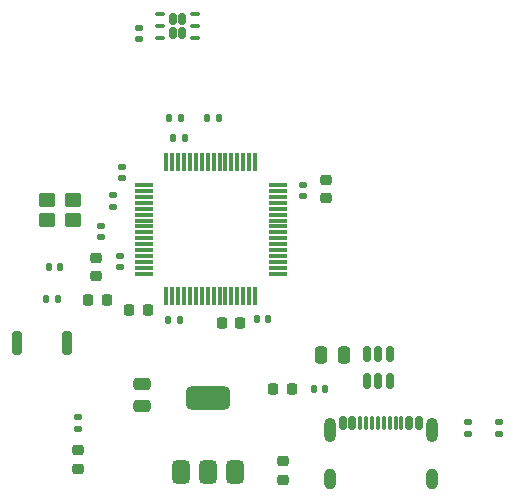
<source format=gbr>
%TF.GenerationSoftware,KiCad,Pcbnew,9.0.4*%
%TF.CreationDate,2025-11-14T09:23:00+05:30*%
%TF.ProjectId,stm32f446re,73746d33-3266-4343-9436-72652e6b6963,rev?*%
%TF.SameCoordinates,Original*%
%TF.FileFunction,Paste,Top*%
%TF.FilePolarity,Positive*%
%FSLAX46Y46*%
G04 Gerber Fmt 4.6, Leading zero omitted, Abs format (unit mm)*
G04 Created by KiCad (PCBNEW 9.0.4) date 2025-11-14 09:23:00*
%MOMM*%
%LPD*%
G01*
G04 APERTURE LIST*
G04 Aperture macros list*
%AMRoundRect*
0 Rectangle with rounded corners*
0 $1 Rounding radius*
0 $2 $3 $4 $5 $6 $7 $8 $9 X,Y pos of 4 corners*
0 Add a 4 corners polygon primitive as box body*
4,1,4,$2,$3,$4,$5,$6,$7,$8,$9,$2,$3,0*
0 Add four circle primitives for the rounded corners*
1,1,$1+$1,$2,$3*
1,1,$1+$1,$4,$5*
1,1,$1+$1,$6,$7*
1,1,$1+$1,$8,$9*
0 Add four rect primitives between the rounded corners*
20,1,$1+$1,$2,$3,$4,$5,0*
20,1,$1+$1,$4,$5,$6,$7,0*
20,1,$1+$1,$6,$7,$8,$9,0*
20,1,$1+$1,$8,$9,$2,$3,0*%
G04 Aperture macros list end*
%ADD10RoundRect,0.140000X0.140000X0.170000X-0.140000X0.170000X-0.140000X-0.170000X0.140000X-0.170000X0*%
%ADD11RoundRect,0.135000X0.135000X0.185000X-0.135000X0.185000X-0.135000X-0.185000X0.135000X-0.185000X0*%
%ADD12RoundRect,0.225000X-0.250000X0.225000X-0.250000X-0.225000X0.250000X-0.225000X0.250000X0.225000X0*%
%ADD13RoundRect,0.250000X0.475000X-0.250000X0.475000X0.250000X-0.475000X0.250000X-0.475000X-0.250000X0*%
%ADD14RoundRect,0.140000X-0.170000X0.140000X-0.170000X-0.140000X0.170000X-0.140000X0.170000X0.140000X0*%
%ADD15RoundRect,0.375000X0.375000X-0.625000X0.375000X0.625000X-0.375000X0.625000X-0.375000X-0.625000X0*%
%ADD16RoundRect,0.500000X1.400000X-0.500000X1.400000X0.500000X-1.400000X0.500000X-1.400000X-0.500000X0*%
%ADD17RoundRect,0.218750X0.218750X0.256250X-0.218750X0.256250X-0.218750X-0.256250X0.218750X-0.256250X0*%
%ADD18RoundRect,0.140000X0.170000X-0.140000X0.170000X0.140000X-0.170000X0.140000X-0.170000X-0.140000X0*%
%ADD19RoundRect,0.135000X-0.135000X-0.185000X0.135000X-0.185000X0.135000X0.185000X-0.135000X0.185000X0*%
%ADD20RoundRect,0.225000X-0.225000X-0.250000X0.225000X-0.250000X0.225000X0.250000X-0.225000X0.250000X0*%
%ADD21RoundRect,0.150000X-0.150000X-0.425000X0.150000X-0.425000X0.150000X0.425000X-0.150000X0.425000X0*%
%ADD22RoundRect,0.075000X-0.075000X-0.500000X0.075000X-0.500000X0.075000X0.500000X-0.075000X0.500000X0*%
%ADD23O,1.000000X2.100000*%
%ADD24O,1.000000X1.800000*%
%ADD25RoundRect,0.218750X0.256250X-0.218750X0.256250X0.218750X-0.256250X0.218750X-0.256250X-0.218750X0*%
%ADD26RoundRect,0.135000X-0.185000X0.135000X-0.185000X-0.135000X0.185000X-0.135000X0.185000X0.135000X0*%
%ADD27RoundRect,0.135000X0.185000X-0.135000X0.185000X0.135000X-0.185000X0.135000X-0.185000X-0.135000X0*%
%ADD28RoundRect,0.150000X0.150000X0.335000X-0.150000X0.335000X-0.150000X-0.335000X0.150000X-0.335000X0*%
%ADD29RoundRect,0.100000X0.300000X0.100000X-0.300000X0.100000X-0.300000X-0.100000X0.300000X-0.100000X0*%
%ADD30RoundRect,0.225000X0.250000X-0.225000X0.250000X0.225000X-0.250000X0.225000X-0.250000X-0.225000X0*%
%ADD31RoundRect,0.218750X-0.218750X-0.256250X0.218750X-0.256250X0.218750X0.256250X-0.218750X0.256250X0*%
%ADD32RoundRect,0.140000X-0.140000X-0.170000X0.140000X-0.170000X0.140000X0.170000X-0.140000X0.170000X0*%
%ADD33RoundRect,0.150000X0.150000X-0.512500X0.150000X0.512500X-0.150000X0.512500X-0.150000X-0.512500X0*%
%ADD34RoundRect,0.147500X-0.147500X-0.172500X0.147500X-0.172500X0.147500X0.172500X-0.147500X0.172500X0*%
%ADD35RoundRect,0.200000X-0.200000X-0.800000X0.200000X-0.800000X0.200000X0.800000X-0.200000X0.800000X0*%
%ADD36RoundRect,0.250000X0.250000X0.475000X-0.250000X0.475000X-0.250000X-0.475000X0.250000X-0.475000X0*%
%ADD37RoundRect,0.075000X-0.700000X-0.075000X0.700000X-0.075000X0.700000X0.075000X-0.700000X0.075000X0*%
%ADD38RoundRect,0.075000X-0.075000X-0.700000X0.075000X-0.700000X0.075000X0.700000X-0.075000X0.700000X0*%
%ADD39RoundRect,0.250000X0.450000X0.350000X-0.450000X0.350000X-0.450000X-0.350000X0.450000X-0.350000X0*%
G04 APERTURE END LIST*
D10*
%TO.C,C2*%
X81580000Y-74100000D03*
X80620000Y-74100000D03*
%TD*%
D11*
%TO.C,R4*%
X84910000Y-57000000D03*
X83890000Y-57000000D03*
%TD*%
D12*
%TO.C,C5*%
X94000000Y-62225000D03*
X94000000Y-63775000D03*
%TD*%
D13*
%TO.C,C10*%
X78400000Y-81350000D03*
X78400000Y-79450000D03*
%TD*%
D14*
%TO.C,C14*%
X78100000Y-49320000D03*
X78100000Y-50280000D03*
%TD*%
D15*
%TO.C,U2*%
X81700000Y-86950000D03*
X84000000Y-86950000D03*
D16*
X84000000Y-80650000D03*
D15*
X86300000Y-86950000D03*
%TD*%
D17*
%TO.C,FB1*%
X75387500Y-72400000D03*
X73812500Y-72400000D03*
%TD*%
D18*
%TO.C,C6*%
X76500000Y-69580000D03*
X76500000Y-68620000D03*
%TD*%
D19*
%TO.C,R7*%
X70290000Y-72300000D03*
X71310000Y-72300000D03*
%TD*%
D20*
%TO.C,C9*%
X77325000Y-73200000D03*
X78875000Y-73200000D03*
%TD*%
D21*
%TO.C,J1*%
X95400000Y-82810000D03*
X96200000Y-82810000D03*
D22*
X97350000Y-82810000D03*
X98350000Y-82810000D03*
X98850000Y-82810000D03*
X99850000Y-82810000D03*
D21*
X101000000Y-82810000D03*
X101800000Y-82810000D03*
X101800000Y-82810000D03*
X101000000Y-82810000D03*
D22*
X100350000Y-82810000D03*
X99350000Y-82810000D03*
X97850000Y-82810000D03*
X96850000Y-82810000D03*
D21*
X96200000Y-82810000D03*
X95400000Y-82810000D03*
D23*
X94280000Y-83385000D03*
D24*
X94280000Y-87565000D03*
D23*
X102920000Y-83385000D03*
D24*
X102920000Y-87565000D03*
%TD*%
D25*
%TO.C,D1*%
X73000000Y-86677500D03*
X73000000Y-85102500D03*
%TD*%
D26*
%TO.C,R1*%
X73000000Y-82280000D03*
X73000000Y-83300000D03*
%TD*%
D14*
%TO.C,C12*%
X75900000Y-63520000D03*
X75900000Y-64480000D03*
%TD*%
D27*
%TO.C,R3*%
X108600000Y-83710000D03*
X108600000Y-82690000D03*
%TD*%
D19*
%TO.C,R5*%
X80690000Y-57000000D03*
X81710000Y-57000000D03*
%TD*%
D28*
%TO.C,U4*%
X81775000Y-49800000D03*
X81775000Y-48600000D03*
X81025000Y-49800000D03*
X81025000Y-48600000D03*
D29*
X82850000Y-50200000D03*
X82850000Y-49200000D03*
X82850000Y-48200000D03*
X79950000Y-48200000D03*
X79950000Y-49200000D03*
X79950000Y-50200000D03*
%TD*%
D30*
%TO.C,C7*%
X90300000Y-87575000D03*
X90300000Y-86025000D03*
%TD*%
D31*
%TO.C,FB2*%
X89512500Y-79900000D03*
X91087500Y-79900000D03*
%TD*%
D32*
%TO.C,C3*%
X88120000Y-74000000D03*
X89080000Y-74000000D03*
%TD*%
D27*
%TO.C,R2*%
X106000000Y-83710000D03*
X106000000Y-82690000D03*
%TD*%
D14*
%TO.C,C4*%
X92000000Y-62620000D03*
X92000000Y-63580000D03*
%TD*%
D30*
%TO.C,C8*%
X74500000Y-70375000D03*
X74500000Y-68825000D03*
%TD*%
D19*
%TO.C,R6*%
X80990000Y-58700000D03*
X82010000Y-58700000D03*
%TD*%
D33*
%TO.C,U3*%
X97450000Y-79237500D03*
X98400000Y-79237500D03*
X99350000Y-79237500D03*
X99350000Y-76962500D03*
X98400000Y-76962500D03*
X97450000Y-76962500D03*
%TD*%
D34*
%TO.C,F1*%
X92915000Y-79900000D03*
X93885000Y-79900000D03*
%TD*%
D35*
%TO.C,SW1*%
X67800000Y-76000000D03*
X72000000Y-76000000D03*
%TD*%
D20*
%TO.C,C16*%
X85125000Y-74300000D03*
X86675000Y-74300000D03*
%TD*%
D36*
%TO.C,C11*%
X95450000Y-77000000D03*
X93550000Y-77000000D03*
%TD*%
D37*
%TO.C,U1*%
X78525000Y-62650000D03*
X78525000Y-63150000D03*
X78525000Y-63650000D03*
X78525000Y-64150000D03*
X78525000Y-64650000D03*
X78525000Y-65150000D03*
X78525000Y-65650000D03*
X78525000Y-66150000D03*
X78525000Y-66650000D03*
X78525000Y-67150000D03*
X78525000Y-67650000D03*
X78525000Y-68150000D03*
X78525000Y-68650000D03*
X78525000Y-69150000D03*
X78525000Y-69650000D03*
X78525000Y-70150000D03*
D38*
X80450000Y-72075000D03*
X80950000Y-72075000D03*
X81450000Y-72075000D03*
X81950000Y-72075000D03*
X82450000Y-72075000D03*
X82950000Y-72075000D03*
X83450000Y-72075000D03*
X83950000Y-72075000D03*
X84450000Y-72075000D03*
X84950000Y-72075000D03*
X85450000Y-72075000D03*
X85950000Y-72075000D03*
X86450000Y-72075000D03*
X86950000Y-72075000D03*
X87450000Y-72075000D03*
X87950000Y-72075000D03*
D37*
X89875000Y-70150000D03*
X89875000Y-69650000D03*
X89875000Y-69150000D03*
X89875000Y-68650000D03*
X89875000Y-68150000D03*
X89875000Y-67650000D03*
X89875000Y-67150000D03*
X89875000Y-66650000D03*
X89875000Y-66150000D03*
X89875000Y-65650000D03*
X89875000Y-65150000D03*
X89875000Y-64650000D03*
X89875000Y-64150000D03*
X89875000Y-63650000D03*
X89875000Y-63150000D03*
X89875000Y-62650000D03*
D38*
X87950000Y-60725000D03*
X87450000Y-60725000D03*
X86950000Y-60725000D03*
X86450000Y-60725000D03*
X85950000Y-60725000D03*
X85450000Y-60725000D03*
X84950000Y-60725000D03*
X84450000Y-60725000D03*
X83950000Y-60725000D03*
X83450000Y-60725000D03*
X82950000Y-60725000D03*
X82450000Y-60725000D03*
X81950000Y-60725000D03*
X81450000Y-60725000D03*
X80950000Y-60725000D03*
X80450000Y-60725000D03*
%TD*%
D18*
%TO.C,C1*%
X76700000Y-62080000D03*
X76700000Y-61120000D03*
%TD*%
D39*
%TO.C,Y1*%
X72500000Y-63900000D03*
X70300000Y-63900000D03*
X70300000Y-65600000D03*
X72500000Y-65600000D03*
%TD*%
D14*
%TO.C,C13*%
X74900000Y-66120000D03*
X74900000Y-67080000D03*
%TD*%
D32*
%TO.C,C15*%
X70520000Y-69600000D03*
X71480000Y-69600000D03*
%TD*%
M02*

</source>
